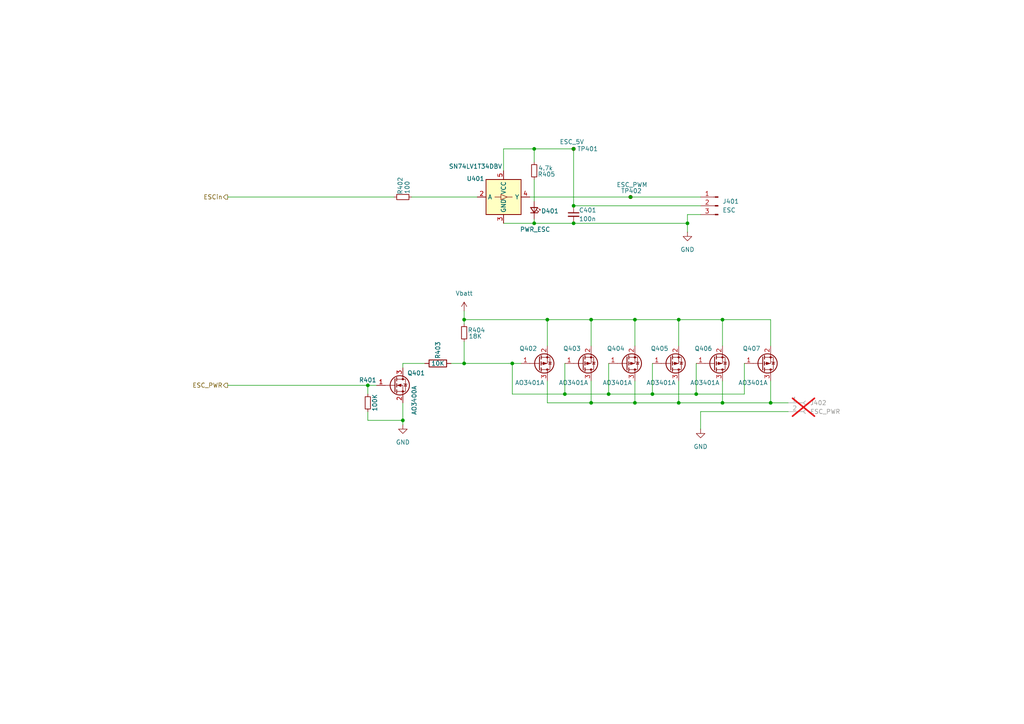
<source format=kicad_sch>
(kicad_sch (version 20241209) (generator "eeschema") (generator_version "9.0")
  (paper "A4")
  (lib_symbols
    (symbol "+3.3V_1" (power) (pin_numbers (hide yes)) (pin_names (offset 0) (hide yes))
      (property "Value" "+3.3V" (at 0 3.556 0))
      (symbol "+3.3V_1_0_1"
        (polyline (pts (xy -0.762 1.27) (xy 0 2.54)))
        (polyline (pts (xy 0 2.54) (xy 0.762 1.27)))
        (polyline (pts (xy 0 0) (xy 0 2.54)))
      )
      (symbol "+3.3V_1_1_1"
        (pin power_in line (at 0 0 90) (length 0) (name "~") (number "1"))
      )
    )
    (symbol "Connector:Conn_01x02_Socket" (pin_names (offset 1.016) (hide yes))
      (property "Reference" "J" (at 0 2.54 0))
      (property "Value" "Conn_01x02_Socket" (at 0 -5.08 0))
      (symbol "Conn_01x02_Socket_1_1"
        (polyline (pts (xy -1.27 0) (xy -0.508 0)) (stroke (width 0.1524)))
        (polyline (pts (xy -1.27 -2.54) (xy -0.508 -2.54)) (stroke (width 0.1524)))
        (arc (start 0 -0.508) (mid -0.5058 0) (end 0 0.508) (stroke (width 0.1524)))
        (arc (start 0 -3.048) (mid -0.5058 -2.54) (end 0 -2.032) (stroke (width 0.1524)))
        (pin passive line (at -5.08 0 0) (length 3.81) (name "Pin_1") (number "1"))
        (pin passive line (at -5.08 -2.54 0) (length 3.81) (name "Pin_2") (number "2"))
      )
    )
    (symbol "Connector:Conn_01x03_Pin" (pin_names (offset 1.016) (hide yes))
      (property "Reference" "J" (at 0 5.08 0))
      (property "Value" "Conn_01x03_Pin" (at 0 -5.08 0))
      (symbol "Conn_01x03_Pin_1_1"
        (rectangle (start 0.8636 2.667) (end 0 2.413) (stroke (width 0.1524)) (fill (type outline)))
        (rectangle (start 0.8636 0.127) (end 0 -0.127) (stroke (width 0.1524)) (fill (type outline)))
        (rectangle (start 0.8636 -2.413) (end 0 -2.667) (stroke (width 0.1524)) (fill (type outline)))
        (polyline (pts (xy 1.27 2.54) (xy 0.8636 2.54)) (stroke (width 0.1524)))
        (polyline (pts (xy 1.27 0) (xy 0.8636 0)) (stroke (width 0.1524)))
        (polyline (pts (xy 1.27 -2.54) (xy 0.8636 -2.54)) (stroke (width 0.1524)))
        (pin passive line (at 5.08 2.54 180) (length 3.81) (name "Pin_1") (number "1"))
        (pin passive line (at 5.08 0 180) (length 3.81) (name "Pin_2") (number "2"))
        (pin passive line (at 5.08 -2.54 180) (length 3.81) (name "Pin_3") (number "3"))
      )
    )
    (symbol "Connector:TestPoint_Small" (pin_numbers (hide yes)) (pin_names (offset 0.762) (hide yes))
      (property "Reference" "TP" (at 0 3.81 0))
      (property "Value" "TestPoint_Small" (at 0 2.032 0))
      (symbol "TestPoint_Small_0_1"
        (circle (center 0 0) (radius 0.508))
      )
      (symbol "TestPoint_Small_1_1"
        (pin passive line (at 0 0 90) (length 0) (name "1") (number "1"))
      )
    )
    (symbol "Device:C_Small" (pin_numbers (hide yes)) (pin_names (offset 0.254) (hide yes))
      (property "Reference" "C" (at 0.254 1.778 0))
      (property "Value" "C_Small" (at 0.254 -2.032 0))
      (symbol "C_Small_0_1"
        (polyline (pts (xy -1.524 0.508) (xy 1.524 0.508)) (stroke (width 0.3048)))
        (polyline (pts (xy -1.524 -0.508) (xy 1.524 -0.508)) (stroke (width 0.3302)))
      )
      (symbol "C_Small_1_1"
        (pin passive line (at 0 2.54 270) (length 2.032) (name "~") (number "1"))
        (pin passive line (at 0 -2.54 90) (length 2.032) (name "~") (number "2"))
      )
    )
    (symbol "Device:LED_Small" (pin_numbers (hide yes)) (pin_names (offset 0.254) (hide yes))
      (property "Reference" "D" (at -1.27 3.175 0))
      (property "Value" "LED_Small" (at -4.445 -2.54 0))
      (symbol "LED_Small_0_1"
        (polyline (pts (xy -0.762 -1.016) (xy -0.762 1.016)) (stroke (width 0.254)))
        (polyline (pts (xy 0 0.762) (xy -0.508 1.27) (xy -0.254 1.27) (xy -0.508 1.27) (xy -0.508 1.016)))
        (polyline (pts (xy 0.508 1.27) (xy 0 1.778) (xy 0.254 1.778) (xy 0 1.778) (xy 0 1.524)))
        (polyline (pts (xy 0.762 -1.016) (xy -0.762 0) (xy 0.762 1.016) (xy 0.762 -1.016)) (stroke (width 0.254)))
        (polyline (pts (xy 1.016 0) (xy -0.762 0)))
      )
      (symbol "LED_Small_1_1"
        (pin passive line (at -2.54 0 0) (length 1.778) (name "K") (number "1"))
        (pin passive line (at 2.54 0 180) (length 1.778) (name "A") (number "2"))
      )
    )
    (symbol "Device:R" (pin_numbers (hide yes)) (pin_names (offset 0))
      (property "Reference" "R" (at 2.032 0 90))
      (property "Value" "R" (at 0 0 90))
      (symbol "R_0_1"
        (rectangle (start -1.016 -2.54) (end 1.016 2.54) (stroke (width 0.254)))
      )
      (symbol "R_1_1"
        (pin passive line (at 0 3.81 270) (length 1.27) (name "~") (number "1"))
        (pin passive line (at 0 -3.81 90) (length 1.27) (name "~") (number "2"))
      )
    )
    (symbol "Device:R_Small" (pin_numbers (hide yes)) (pin_names (offset 0.254) (hide yes))
      (property "Reference" "R" (at 0.762 0.508 0))
      (property "Value" "R_Small" (at 0.762 -1.016 0))
      (symbol "R_Small_0_1"
        (rectangle (start -0.762 1.778) (end 0.762 -1.778) (stroke (width 0.2032)))
      )
      (symbol "R_Small_1_1"
        (pin passive line (at 0 2.54 270) (length 0.762) (name "~") (number "1"))
        (pin passive line (at 0 -2.54 90) (length 0.762) (name "~") (number "2"))
      )
    )
    (symbol "Logic_LevelTranslator:SN74LV1T34DBV"
      (property "Reference" "U" (at 5.08 6.35 0))
      (property "Value" "SN74LV1T34DBV" (at 5.08 3.81 0))
      (symbol "SN74LV1T34DBV_0_1"
        (rectangle (start -5.08 5.08) (end 5.08 -5.08) (stroke (width 0.254)) (fill (type background)))
        (polyline (pts (xy -0.762 0) (xy -2.54 0)))
        (polyline (pts (xy 1.016 0) (xy 2.54 0)))
      )
      (symbol "SN74LV1T34DBV_1_1"
        (polyline (pts (xy -0.762 -0.762) (xy -0.762 0.762) (xy 1.016 0) (xy -0.762 -0.762)))
        (pin input line (at -7.62 0 0) (length 2.54) (name "A") (number "2"))
        (pin no_connect line (at -5.08 2.54 0) (length 2.54) (hide yes) (name "NC") (number "1"))
        (pin power_in line (at 0 7.62 270) (length 2.54) (name "VCC") (number "5"))
        (pin power_in line (at 0 -7.62 90) (length 2.54) (name "GND") (number "3"))
        (pin output line (at 7.62 0 180) (length 2.54) (name "Y") (number "4"))
      )
    )
    (symbol "Transistor_FET:2N7002" (pin_names (hide yes))
      (property "Reference" "Q" (at 5.08 1.905 0))
      (property "Value" "2N7002" (at 5.08 0 0))
      (symbol "2N7002_0_1"
        (polyline (pts (xy 0.254 1.905) (xy 0.254 -1.905)) (stroke (width 0.254)))
        (polyline (pts (xy 0.254 0) (xy -2.54 0)))
        (polyline (pts (xy 0.762 2.286) (xy 0.762 1.27)) (stroke (width 0.254)))
        (polyline (pts (xy 0.762 0.508) (xy 0.762 -0.508)) (stroke (width 0.254)))
        (polyline (pts (xy 0.762 -1.27) (xy 0.762 -2.286)) (stroke (width 0.254)))
        (polyline (pts (xy 0.762 -1.778) (xy 3.302 -1.778) (xy 3.302 1.778) (xy 0.762 1.778)))
        (polyline (pts (xy 1.016 0) (xy 2.032 0.381) (xy 2.032 -0.381) (xy 1.016 0)) (fill (type outline)))
        (circle (center 1.651 0) (radius 2.794) (stroke (width 0.254)))
        (polyline (pts (xy 2.54 2.54) (xy 2.54 1.778)))
        (circle (center 2.54 1.778) (radius 0.254) (fill (type outline)))
        (circle (center 2.54 -1.778) (radius 0.254) (fill (type outline)))
        (polyline (pts (xy 2.54 -2.54) (xy 2.54 0) (xy 0.762 0)))
        (polyline (pts (xy 2.794 0.508) (xy 2.921 0.381) (xy 3.683 0.381) (xy 3.81 0.254)))
        (polyline (pts (xy 3.302 0.381) (xy 2.921 -0.254) (xy 3.683 -0.254) (xy 3.302 0.381)))
      )
      (symbol "2N7002_1_1"
        (pin input line (at -5.08 0 0) (length 2.54) (name "G") (number "1"))
        (pin passive line (at 2.54 5.08 270) (length 2.54) (name "D") (number "3"))
        (pin passive line (at 2.54 -5.08 90) (length 2.54) (name "S") (number "2"))
      )
    )
    (symbol "Transistor_FET:AO3401A" (pin_names (hide yes))
      (property "Reference" "Q" (at 5.08 1.905 0))
      (property "Value" "AO3401A" (at 5.08 0 0))
      (symbol "AO3401A_0_1"
        (polyline (pts (xy 0.254 1.905) (xy 0.254 -1.905)) (stroke (width 0.254)))
        (polyline (pts (xy 0.254 0) (xy -2.54 0)))
        (polyline (pts (xy 0.762 2.286) (xy 0.762 1.27)) (stroke (width 0.254)))
        (polyline (pts (xy 0.762 1.778) (xy 3.302 1.778) (xy 3.302 -1.778) (xy 0.762 -1.778)))
        (polyline (pts (xy 0.762 0.508) (xy 0.762 -0.508)) (stroke (width 0.254)))
        (polyline (pts (xy 0.762 -1.27) (xy 0.762 -2.286)) (stroke (width 0.254)))
        (circle (center 1.651 0) (radius 2.794) (stroke (width 0.254)))
        (polyline (pts (xy 2.286 0) (xy 1.27 0.381) (xy 1.27 -0.381) (xy 2.286 0)) (fill (type outline)))
        (polyline (pts (xy 2.54 2.54) (xy 2.54 1.778)))
        (circle (center 2.54 1.778) (radius 0.254) (fill (type outline)))
        (circle (center 2.54 -1.778) (radius 0.254) (fill (type outline)))
        (polyline (pts (xy 2.54 -2.54) (xy 2.54 0) (xy 0.762 0)))
        (polyline (pts (xy 2.794 -0.508) (xy 2.921 -0.381) (xy 3.683 -0.381) (xy 3.81 -0.254)))
        (polyline (pts (xy 3.302 -0.381) (xy 2.921 0.254) (xy 3.683 0.254) (xy 3.302 -0.381)))
      )
      (symbol "AO3401A_1_1"
        (pin input line (at -5.08 0 0) (length 2.54) (name "G") (number "1"))
        (pin passive line (at 2.54 5.08 270) (length 2.54) (name "D") (number "3"))
        (pin passive line (at 2.54 -5.08 90) (length 2.54) (name "S") (number "2"))
      )
    )
    (symbol "power:GND" (power) (pin_numbers (hide yes)) (pin_names (offset 0) (hide yes))
      (property "Value" "GND" (at 0 -3.81 0))
      (symbol "GND_0_1"
        (polyline (pts (xy 0 0) (xy 0 -1.27) (xy 1.27 -1.27) (xy 0 -2.54) (xy -1.27 -1.27) (xy 0 -1.27)))
      )
      (symbol "GND_1_1"
        (pin power_in line (at 0 0 270) (length 0) (name "~") (number "1"))
      )
    )
  )
  (junction (at 171.45 92.71))
  (junction (at 196.85 92.71))
  (junction (at 166.37 59.69))
  (junction (at 223.52 116.84))
  (junction (at 199.39 64.77))
  (junction (at 154.94 43.18))
  (junction (at 209.55 116.84))
  (junction (at 148.59 105.41))
  (junction (at 176.53 114.3))
  (junction (at 166.37 64.77))
  (junction (at 184.15 116.84))
  (junction (at 184.15 92.71))
  (junction (at 201.93 114.3))
  (junction (at 154.94 64.77))
  (junction (at 134.62 105.41))
  (junction (at 189.23 114.3))
  (junction (at 166.37 43.18))
  (junction (at 182.88 57.15))
  (junction (at 116.84 121.92))
  (junction (at 134.62 92.71))
  (junction (at 209.55 92.71))
  (junction (at 158.75 92.71))
  (junction (at 196.85 116.84))
  (junction (at 106.68 111.76))
  (junction (at 163.83 114.3))
  (junction (at 171.45 116.84))
  (wire (pts (xy 158.75 92.71) (xy 158.75 100.33)))
  (wire (pts (xy 209.55 116.84) (xy 223.52 116.84)))
  (wire (pts (xy 201.93 105.41) (xy 201.93 114.3)))
  (wire (pts (xy 184.15 92.71) (xy 196.85 92.71)))
  (wire (pts (xy 116.84 105.41) (xy 116.84 106.68)))
  (wire (pts (xy 109.22 111.76) (xy 106.68 111.76)))
  (wire (pts (xy 154.94 43.18) (xy 154.94 46.99)))
  (wire (pts (xy 203.2 119.38) (xy 203.2 124.46)))
  (wire (pts (xy 209.55 92.71) (xy 209.55 100.33)))
  (wire (pts (xy 163.83 105.41) (xy 163.83 114.3)))
  (wire (pts (xy 228.6 119.38) (xy 203.2 119.38)))
  (wire (pts (xy 196.85 92.71) (xy 209.55 92.71)))
  (wire (pts (xy 196.85 92.71) (xy 196.85 100.33)))
  (wire (pts (xy 199.39 62.23) (xy 199.39 64.77)))
  (wire (pts (xy 106.68 111.76) (xy 106.68 114.3)))
  (wire (pts (xy 171.45 116.84) (xy 184.15 116.84)))
  (wire (pts (xy 223.52 100.33) (xy 223.52 92.71)))
  (wire (pts (xy 166.37 59.69) (xy 203.2 59.69)))
  (wire (pts (xy 134.62 105.41) (xy 130.81 105.41)))
  (wire (pts (xy 134.62 90.17) (xy 134.62 92.71)))
  (wire (pts (xy 116.84 123.19) (xy 116.84 121.92)))
  (wire (pts (xy 199.39 64.77) (xy 199.39 67.31)))
  (wire (pts (xy 66.04 57.15) (xy 114.3 57.15)))
  (wire (pts (xy 158.75 116.84) (xy 171.45 116.84)))
  (wire (pts (xy 134.62 92.71) (xy 158.75 92.71)))
  (wire (pts (xy 116.84 121.92) (xy 116.84 116.84)))
  (wire (pts (xy 158.75 92.71) (xy 171.45 92.71)))
  (wire (pts (xy 106.68 119.38) (xy 106.68 121.92)))
  (wire (pts (xy 184.15 92.71) (xy 184.15 100.33)))
  (wire (pts (xy 134.62 99.06) (xy 134.62 105.41)))
  (wire (pts (xy 153.67 57.15) (xy 182.88 57.15)))
  (wire (pts (xy 215.9 114.3) (xy 201.93 114.3)))
  (wire (pts (xy 196.85 116.84) (xy 209.55 116.84)))
  (wire (pts (xy 223.52 116.84) (xy 228.6 116.84)))
  (wire (pts (xy 154.94 43.18) (xy 166.37 43.18)))
  (wire (pts (xy 171.45 110.49) (xy 171.45 116.84)))
  (wire (pts (xy 158.75 110.49) (xy 158.75 116.84)))
  (wire (pts (xy 146.05 43.18) (xy 146.05 49.53)))
  (wire (pts (xy 166.37 64.77) (xy 199.39 64.77)))
  (wire (pts (xy 154.94 52.07) (xy 154.94 58.42)))
  (wire (pts (xy 154.94 63.5) (xy 154.94 64.77)))
  (wire (pts (xy 166.37 43.18) (xy 166.37 59.69)))
  (wire (pts (xy 189.23 114.3) (xy 201.93 114.3)))
  (wire (pts (xy 189.23 105.41) (xy 189.23 114.3)))
  (wire (pts (xy 203.2 62.23) (xy 199.39 62.23)))
  (wire (pts (xy 171.45 92.71) (xy 184.15 92.71)))
  (wire (pts (xy 151.13 105.41) (xy 148.59 105.41)))
  (wire (pts (xy 66.04 111.76) (xy 106.68 111.76)))
  (wire (pts (xy 134.62 105.41) (xy 148.59 105.41)))
  (wire (pts (xy 154.94 64.77) (xy 166.37 64.77)))
  (wire (pts (xy 146.05 64.77) (xy 154.94 64.77)))
  (wire (pts (xy 134.62 92.71) (xy 134.62 93.98)))
  (wire (pts (xy 184.15 110.49) (xy 184.15 116.84)))
  (wire (pts (xy 196.85 110.49) (xy 196.85 116.84)))
  (wire (pts (xy 148.59 105.41) (xy 148.59 114.3)))
  (wire (pts (xy 146.05 43.18) (xy 154.94 43.18)))
  (wire (pts (xy 123.19 105.41) (xy 116.84 105.41)))
  (wire (pts (xy 223.52 92.71) (xy 209.55 92.71)))
  (wire (pts (xy 176.53 105.41) (xy 176.53 114.3)))
  (wire (pts (xy 223.52 110.49) (xy 223.52 116.84)))
  (wire (pts (xy 119.38 57.15) (xy 138.43 57.15)))
  (wire (pts (xy 163.83 114.3) (xy 148.59 114.3)))
  (wire (pts (xy 189.23 114.3) (xy 176.53 114.3)))
  (wire (pts (xy 176.53 114.3) (xy 163.83 114.3)))
  (wire (pts (xy 215.9 105.41) (xy 215.9 114.3)))
  (wire (pts (xy 106.68 121.92) (xy 116.84 121.92)))
  (wire (pts (xy 171.45 92.71) (xy 171.45 100.33)))
  (wire (pts (xy 182.88 57.15) (xy 203.2 57.15)))
  (wire (pts (xy 209.55 110.49) (xy 209.55 116.84)))
  (wire (pts (xy 184.15 116.84) (xy 196.85 116.84)))
  (hierarchical_label "ESC_PWR" (shape output) (at 66.04 111.76 180))
  (hierarchical_label "ESCin" (shape output) (at 66.04 57.15 180))
  (symbol (lib_id "Transistor_FET:AO3401A") (at 168.91 105.41 0) (mirror x) (unit 1)
    (property "Reference" "Q303" (at 163.322 101.092 0) (effects (justify left)))
    (property "Value" "AO3401A" (at 162.052 110.998 0) (effects (justify left)))
    (property "Footprint" "Package_TO_SOT_SMD:SOT-23" (effects (hide yes)))
    (property "Datasheet" "http://www.aosmd.com/pdfs/datasheet/AO3401A.pdf" (effects (hide yes)))
    (property "Description" "-4.0A Id, -30V Vds, P-Channel MOSFET, SOT-23" (effects (hide yes)))
    (property "LCSC" "C15127" (effects (hide yes)))
    (instances (project "Robobuoy-Sub-v2_0" (path "" (reference "Q403") (unit 1)) (path "" (reference "Q303") (unit 1))))
  )
  (symbol (lib_id "Transistor_FET:AO3401A") (at 207.01 105.41 0) (mirror x) (unit 1)
    (property "Reference" "Q306" (at 201.422 101.092 0) (effects (justify left)))
    (property "Value" "AO3401A" (at 200.152 110.998 0) (effects (justify left)))
    (property "Footprint" "Package_TO_SOT_SMD:SOT-23" (effects (hide yes)))
    (property "Datasheet" "http://www.aosmd.com/pdfs/datasheet/AO3401A.pdf" (effects (hide yes)))
    (property "Description" "-4.0A Id, -30V Vds, P-Channel MOSFET, SOT-23" (effects (hide yes)))
    (property "LCSC" "C15127" (effects (hide yes)))
    (instances (project "Robobuoy-Sub-v2_0" (path "" (reference "Q406") (unit 1)) (path "" (reference "Q306") (unit 1))))
  )
  (symbol (lib_id "power:GND") (at 203.2 124.46 0) (unit 1)
    (property "Reference" "#PWR0304" (effects (hide yes)))
    (property "Value" "GND" (at 203.2 129.54 0))
    (property "Description" "Power symbol creates a global label with name \"GND\" , ground" (effects (hide yes)))
    (instances (project "Robobuoy-Sub-v2_0" (path "" (reference "#PWR0404") (unit 1)) (path "" (reference "#PWR0304") (unit 1))))
  )
  (symbol (lib_name "+3.3V_1") (lib_id "power:+3.3V") (at 134.62 90.17 0) (unit 1)
    (property "Reference" "#PWR0302" (effects (hide yes)))
    (property "Value" "Vbatt" (at 134.62 85.09 0))
    (property "Description" "Power symbol creates a global label with name \"+3.3V\"" (effects (hide yes)))
    (instances (project "Robobuoy-Sub-v2_0" (path "" (reference "#PWR0402") (unit 1)) (path "" (reference "#PWR0302") (unit 1))))
  )
  (symbol (lib_id "Device:C_Small") (at 166.37 62.23 0) (unit 1)
    (property "Reference" "C301" (at 167.894 60.96 0) (effects (justify left)))
    (property "Value" "100n" (at 167.894 63.5 0) (effects (justify left)))
    (property "Footprint" "A_Device:C_0603" (effects (hide yes)))
    (property "LCSC" "C14663" (effects (hide yes)))
    (instances (project "Robobuoy-Sub-v2_0" (path "" (reference "C401") (unit 1)) (path "" (reference "C301") (unit 1))))
  )
  (symbol (lib_id "Device:LED_Small") (at 154.94 60.96 270) (mirror x) (unit 1)
    (property "Reference" "D301" (at 159.512 61.214 90))
    (property "Value" "PWR_ESC" (at 155.194 66.548 90))
    (property "Footprint" "LED_SMD:LED_0603_1608Metric" (effects (hide yes)))
    (property "Datasheet" "https://datasheet.lcsc.com/szlcsc/Hubei-KENTO-Elec-KT-0603R_C2286.pdf" (effects (hide yes)))
    (property "LCSC" "C2286" (effects (hide yes)))
    (instances (project "Robobuoy-Sub-v2_0" (path "" (reference "D401") (unit 1)) (path "" (reference "D301") (unit 1))))
  )
  (symbol (lib_id "power:GND") (at 199.39 67.31 0) (unit 1)
    (property "Reference" "#PWR0303" (effects (hide yes)))
    (property "Value" "GND" (at 199.39 72.39 0))
    (property "Description" "Power symbol creates a global label with name \"GND\" , ground" (effects (hide yes)))
    (instances (project "Robobuoy-Sub-v2_0" (path "" (reference "#PWR0403") (unit 1)) (path "" (reference "#PWR0303") (unit 1))))
  )
  (symbol (lib_id "Connector:Conn_01x03_Pin") (at 208.28 59.69 0) (mirror y) (unit 1)
    (property "Reference" "J301" (at 209.55 58.4199 0) (effects (justify right)))
    (property "Value" "ESC" (at 209.55 60.9599 0) (effects (justify right)))
    (property "Footprint" "Connector_JST:JST_XH_B3B-XH-A_1x03_P2.50mm_Vertical" (effects (hide yes)))
    (property "Description" "Generic connector, single row, 01x03, script generated" (effects (hide yes)))
    (property "LCSC" "C5341202" (effects (hide yes)))
    (instances (project "Robobuoy-Sub-v2_0" (path "" (reference "J401") (unit 1)) (path "" (reference "J301") (unit 1))))
  )
  (symbol (lib_id "Transistor_FET:AO3401A") (at 220.98 105.41 0) (mirror x) (unit 1)
    (property "Reference" "Q307" (at 215.392 101.092 0) (effects (justify left)))
    (property "Value" "AO3401A" (at 214.122 110.998 0) (effects (justify left)))
    (property "Footprint" "Package_TO_SOT_SMD:SOT-23" (effects (hide yes)))
    (property "Datasheet" "http://www.aosmd.com/pdfs/datasheet/AO3401A.pdf" (effects (hide yes)))
    (property "Description" "-4.0A Id, -30V Vds, P-Channel MOSFET, SOT-23" (effects (hide yes)))
    (property "LCSC" "C15127" (effects (hide yes)))
    (instances (project "Robobuoy-Sub-Round-v2_0" (path "" (reference "Q407") (unit 1)) (path "" (reference "Q307") (unit 1))))
  )
  (symbol (lib_id "Device:R_Small") (at 154.94 49.53 0) (mirror x) (unit 1)
    (property "Reference" "R305" (at 158.496 50.546 0))
    (property "Value" "4.7k" (at 158.242 48.768 0))
    (property "Footprint" "A_Device:R_0603" (effects (hide yes)))
    (property "LCSC" "C4177" (effects (hide yes)))
    (instances (project "Robobuoy-Sub-v2_0" (path "" (reference "R405") (unit 1)) (path "" (reference "R305") (unit 1))))
  )
  (symbol (lib_id "Transistor_FET:2N7002") (at 114.3 111.76 0) (unit 1)
    (property "Reference" "Q301" (at 118.11 108.204 0) (effects (justify left)))
    (property "Value" "AO3400A" (at 120.142 120.396 90) (effects (justify left)))
    (property "Footprint" "Package_TO_SOT_SMD:SOT-23" (effects (hide yes)))
    (property "Datasheet" "https://wmsc.lcsc.com/wmsc/upload/file/pdf/v2/lcsc/1811081213_Alpha---Omega-Semicon-AO3400A_C20917.pdf" (effects (hide yes)))
    (property "Description" "5.7A Id, 30V Vds, N-Channel MOSFET, SOT-23" (effects (hide yes)))
    (property "LCSC" "C20917" (effects (hide yes)))
    (instances (project "Robobuoy-Sub-v2_0" (path "" (reference "Q401") (unit 1)) (path "" (reference "Q301") (unit 1))))
  )
  (symbol (lib_id "Device:R") (at 127 105.41 90) (unit 1)
    (property "Reference" "R303" (at 127 104.14 0) (effects (justify left)))
    (property "Value" "10K" (at 127 105.41 90))
    (property "Footprint" "A_Device:R_0603" (effects (hide yes)))
    (property "Farnell" "2331736" (effects (hide yes)))
    (property "MF" "TE CONNECTIVITY" (effects (hide yes)))
    (property "MFN" "CRGH0603F10K" (effects (hide yes)))
    (property "LCSC" "C25804" (effects (hide yes)))
    (instances (project "Robobuoy-Sub-v2_0" (path "" (reference "R403") (unit 1)) (path "" (reference "R303") (unit 1))))
  )
  (symbol (lib_id "Transistor_FET:AO3401A") (at 156.21 105.41 0) (mirror x) (unit 1)
    (property "Reference" "Q302" (at 150.622 101.092 0) (effects (justify left)))
    (property "Value" "AO3401A" (at 149.352 110.998 0) (effects (justify left)))
    (property "Footprint" "Package_TO_SOT_SMD:SOT-23" (effects (hide yes)))
    (property "Datasheet" "http://www.aosmd.com/pdfs/datasheet/AO3401A.pdf" (effects (hide yes)))
    (property "Description" "-4.0A Id, -30V Vds, P-Channel MOSFET, SOT-23" (effects (hide yes)))
    (property "LCSC" "C15127" (effects (hide yes)))
    (instances (project "Robobuoy-Sub-v2_0" (path "" (reference "Q402") (unit 1)) (path "" (reference "Q302") (unit 1))))
  )
  (symbol (lib_id "Connector:Conn_01x02_Socket") (at 233.68 116.84 0) (unit 1) (dnp yes)
    (property "Reference" "J302" (at 234.95 116.8399 0) (effects (justify left)))
    (property "Value" "ESC_PWR" (at 234.95 119.3799 0) (effects (justify left)))
    (property "Footprint" "Connector_Wire:SolderWire-0.75sqmm_1x02_P4.8mm_D1.25mm_OD2.3mm" (effects (hide yes)))
    (instances (project "Robobuoy-Sub-v2_0" (path "" (reference "J402") (unit 1)) (path "" (reference "J302") (unit 1))))
  )
  (symbol (lib_id "Transistor_FET:AO3401A") (at 181.61 105.41 0) (mirror x) (unit 1)
    (property "Reference" "Q304" (at 176.022 101.092 0) (effects (justify left)))
    (property "Value" "AO3401A" (at 174.752 110.998 0) (effects (justify left)))
    (property "Footprint" "Package_TO_SOT_SMD:SOT-23" (effects (hide yes)))
    (property "Datasheet" "http://www.aosmd.com/pdfs/datasheet/AO3401A.pdf" (effects (hide yes)))
    (property "Description" "-4.0A Id, -30V Vds, P-Channel MOSFET, SOT-23" (effects (hide yes)))
    (property "LCSC" "C15127" (effects (hide yes)))
    (instances (project "Robobuoy-Sub-v2_0" (path "" (reference "Q404") (unit 1)) (path "" (reference "Q304") (unit 1))))
  )
  (symbol (lib_id "Device:R_Small") (at 106.68 116.84 0) (mirror y) (unit 1)
    (property "Reference" "R301" (at 109.22 110.236 0) (effects (justify left)))
    (property "Value" "100K" (at 108.712 119.38 90) (effects (justify left)))
    (property "Footprint" "A_Device:R_0603" (effects (hide yes)))
    (property "Description" "Resistor, small symbol" (effects (hide yes)))
    (property "LCSC" "C25804" (effects (hide yes)))
    (instances (project "Robobuoy-Sub-v2_0" (path "" (reference "R401") (unit 1)) (path "" (reference "R301") (unit 1))))
  )
  (symbol (lib_id "power:GND") (at 116.84 123.19 0) (unit 1)
    (property "Reference" "#PWR0301" (effects (hide yes)))
    (property "Value" "GND" (at 116.84 128.27 0))
    (property "Description" "Power symbol creates a global label with name \"GND\" , ground" (effects (hide yes)))
    (instances (project "Robobuoy-Sub-v2_0" (path "" (reference "#PWR0401") (unit 1)) (path "" (reference "#PWR0301") (unit 1))))
  )
  (symbol (lib_id "Connector:TestPoint_Small") (at 166.37 43.18 0) (unit 1) (in_bom no)
    (property "Reference" "TP301" (at 167.386 43.18 0) (effects (justify left)))
    (property "Value" "ESC_5V" (at 162.306 41.148 0) (effects (justify left)))
    (property "Footprint" "A_Pads_Pins:Testpad_1" (effects (hide yes)))
    (property "Description" "test point" (effects (hide yes)))
    (instances (project "Robobuoy-Sub-v2_0" (path "" (reference "TP401") (unit 1)) (path "" (reference "TP301") (unit 1))))
  )
  (symbol (lib_id "Device:R_Small") (at 134.62 96.52 0) (unit 1)
    (property "Reference" "R304" (at 135.636 95.758 0) (effects (justify left)))
    (property "Value" "18K" (at 135.89 97.536 0) (effects (justify left)))
    (property "Footprint" "A_Device:R_0603" (effects (hide yes)))
    (property "Description" "Resistor, small symbol" (effects (hide yes)))
    (property "LCSC" "C25810" (effects (hide yes)))
    (instances (project "Robobuoy-Sub-v2_0" (path "" (reference "R404") (unit 1)) (path "" (reference "R304") (unit 1))))
  )
  (symbol (lib_id "Device:R_Small") (at 116.84 57.15 270) (unit 1)
    (property "Reference" "R302" (at 116.078 53.848 0))
    (property "Value" "100" (at 118.11 54.356 0))
    (property "Footprint" "A_Device:R_0603" (effects (hide yes)))
    (property "Description" "Resistor, small symbol" (effects (hide yes)))
    (property "LCSC" "C22775" (effects (hide yes)))
    (instances (project "Robobuoy-Sub-v2_0" (path "" (reference "R402") (unit 1)) (path "" (reference "R302") (unit 1))))
  )
  (symbol (lib_id "Transistor_FET:AO3401A") (at 194.31 105.41 0) (mirror x) (unit 1)
    (property "Reference" "Q305" (at 188.722 101.092 0) (effects (justify left)))
    (property "Value" "AO3401A" (at 187.452 110.998 0) (effects (justify left)))
    (property "Footprint" "Package_TO_SOT_SMD:SOT-23" (effects (hide yes)))
    (property "Datasheet" "http://www.aosmd.com/pdfs/datasheet/AO3401A.pdf" (effects (hide yes)))
    (property "Description" "-4.0A Id, -30V Vds, P-Channel MOSFET, SOT-23" (effects (hide yes)))
    (property "LCSC" "C15127" (effects (hide yes)))
    (instances (project "Robobuoy-Sub-v2_0" (path "" (reference "Q405") (unit 1)) (path "" (reference "Q305") (unit 1))))
  )
  (symbol (lib_id "Logic_LevelTranslator:SN74LV1T34DBV") (at 146.05 57.15 0) (unit 1)
    (property "Reference" "U301" (at 137.922 51.816 0))
    (property "Value" "SN74LV1T34DBV" (at 137.922 48.26 0))
    (property "Footprint" "Package_TO_SOT_SMD:SOT-23-5" (effects (hide yes)))
    (property "Datasheet" "https://www.ti.com/lit/ds/symlink/sn74lv1t34.pdf" (effects (hide yes)))
    (property "Description" "Single Power Supply, Single Buffer GATE, CMOS Logic, Level Shifter, SOT-23-5" (effects (hide yes)))
    (property "LCSC" "C100024" (effects (hide yes)))
    (instances (project "Robobuoy-Sub-v2_0" (path "" (reference "U401") (unit 1)) (path "" (reference "U301") (unit 1))))
  )
  (symbol (lib_id "Connector:TestPoint_Small") (at 182.88 57.15 0) (unit 1) (in_bom no)
    (property "Reference" "TP302" (at 180.086 55.372 0) (effects (justify left)))
    (property "Value" "ESC_PWM" (at 178.816 53.594 0) (effects (justify left)))
    (property "Footprint" "A_Pads_Pins:Testpad_1" (effects (hide yes)))
    (property "Description" "test point" (effects (hide yes)))
    (instances (project "Robobuoy-Sub-v2_0" (path "" (reference "TP402") (unit 1)) (path "" (reference "TP302") (unit 1))))
  )
)
</source>
